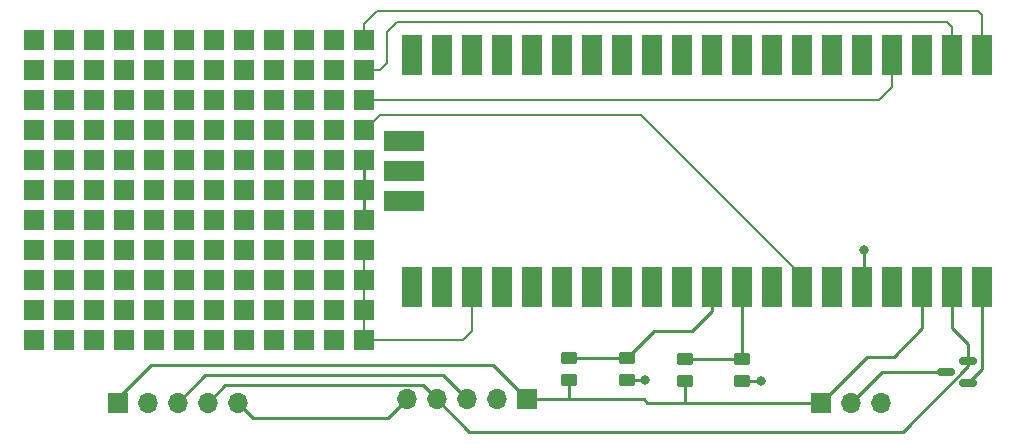
<source format=gbr>
%TF.GenerationSoftware,KiCad,Pcbnew,(6.0.9)*%
%TF.CreationDate,2022-11-20T11:02:00-05:00*%
%TF.ProjectId,PicoBoard,5069636f-426f-4617-9264-2e6b69636164,rev?*%
%TF.SameCoordinates,Original*%
%TF.FileFunction,Copper,L1,Top*%
%TF.FilePolarity,Positive*%
%FSLAX46Y46*%
G04 Gerber Fmt 4.6, Leading zero omitted, Abs format (unit mm)*
G04 Created by KiCad (PCBNEW (6.0.9)) date 2022-11-20 11:02:00*
%MOMM*%
%LPD*%
G01*
G04 APERTURE LIST*
G04 Aperture macros list*
%AMRoundRect*
0 Rectangle with rounded corners*
0 $1 Rounding radius*
0 $2 $3 $4 $5 $6 $7 $8 $9 X,Y pos of 4 corners*
0 Add a 4 corners polygon primitive as box body*
4,1,4,$2,$3,$4,$5,$6,$7,$8,$9,$2,$3,0*
0 Add four circle primitives for the rounded corners*
1,1,$1+$1,$2,$3*
1,1,$1+$1,$4,$5*
1,1,$1+$1,$6,$7*
1,1,$1+$1,$8,$9*
0 Add four rect primitives between the rounded corners*
20,1,$1+$1,$2,$3,$4,$5,0*
20,1,$1+$1,$4,$5,$6,$7,0*
20,1,$1+$1,$6,$7,$8,$9,0*
20,1,$1+$1,$8,$9,$2,$3,0*%
G04 Aperture macros list end*
%TA.AperFunction,ComponentPad*%
%ADD10R,1.700000X1.700000*%
%TD*%
%TA.AperFunction,ComponentPad*%
%ADD11O,1.700000X1.700000*%
%TD*%
%TA.AperFunction,SMDPad,CuDef*%
%ADD12RoundRect,0.250000X-0.450000X0.262500X-0.450000X-0.262500X0.450000X-0.262500X0.450000X0.262500X0*%
%TD*%
%TA.AperFunction,SMDPad,CuDef*%
%ADD13RoundRect,0.150000X0.587500X0.150000X-0.587500X0.150000X-0.587500X-0.150000X0.587500X-0.150000X0*%
%TD*%
%TA.AperFunction,SMDPad,CuDef*%
%ADD14R,1.700000X3.500000*%
%TD*%
%TA.AperFunction,SMDPad,CuDef*%
%ADD15R,3.500000X1.700000*%
%TD*%
%TA.AperFunction,SMDPad,CuDef*%
%ADD16RoundRect,0.250000X0.450000X-0.262500X0.450000X0.262500X-0.450000X0.262500X-0.450000X-0.262500X0*%
%TD*%
%TA.AperFunction,ViaPad*%
%ADD17C,0.800000*%
%TD*%
%TA.AperFunction,Conductor*%
%ADD18C,0.250000*%
%TD*%
%TA.AperFunction,Conductor*%
%ADD19C,0.200000*%
%TD*%
G04 APERTURE END LIST*
D10*
%TO.P,,1*%
%TO.N,N/C*%
X27940000Y-27940000D03*
X27940000Y-27940000D03*
%TD*%
%TO.P,,1*%
%TO.N,N/C*%
X25400000Y-27940000D03*
X25400000Y-27940000D03*
%TD*%
%TO.P,,1*%
%TO.N,N/C*%
X40640000Y-27940000D03*
X40640000Y-27940000D03*
%TD*%
%TO.P,,1*%
%TO.N,N/C*%
X45720000Y-27940000D03*
X45720000Y-27940000D03*
%TD*%
%TO.P,,1*%
%TO.N,N/C*%
X22860000Y-27940000D03*
X22860000Y-27940000D03*
%TD*%
%TO.P,,1*%
%TO.N,N/C*%
X33020000Y-27940000D03*
X33020000Y-27940000D03*
%TD*%
%TO.P,,1*%
%TO.N,N/C*%
X35560000Y-27940000D03*
X35560000Y-27940000D03*
%TD*%
%TO.P,,1*%
%TO.N,N/C*%
X50800000Y-27940000D03*
X50800000Y-27940000D03*
%TD*%
%TO.P,,1*%
%TO.N,N/C*%
X43180000Y-27940000D03*
X43180000Y-27940000D03*
%TD*%
%TO.P,,1*%
%TO.N,N/C*%
X38100000Y-27940000D03*
X38100000Y-27940000D03*
%TD*%
%TO.P,,1*%
%TO.N,N/C*%
X48260000Y-27940000D03*
X48260000Y-27940000D03*
%TD*%
%TO.P,,1*%
%TO.N,N/C*%
X30480000Y-27940000D03*
X30480000Y-27940000D03*
%TD*%
%TO.P,,1*%
%TO.N,N/C*%
X48260000Y-30480000D03*
X48260000Y-30480000D03*
%TD*%
%TO.P,,1*%
%TO.N,N/C*%
X38100000Y-30480000D03*
X38100000Y-30480000D03*
%TD*%
%TO.P,,1*%
%TO.N,N/C*%
X43180000Y-30480000D03*
X43180000Y-30480000D03*
%TD*%
%TO.P,,1*%
%TO.N,N/C*%
X50800000Y-30480000D03*
X50800000Y-30480000D03*
%TD*%
%TO.P,,1*%
%TO.N,N/C*%
X22860000Y-30480000D03*
X22860000Y-30480000D03*
%TD*%
%TO.P,,1*%
%TO.N,N/C*%
X30480000Y-30480000D03*
X30480000Y-30480000D03*
%TD*%
%TO.P,,1*%
%TO.N,N/C*%
X33020000Y-30480000D03*
X33020000Y-30480000D03*
%TD*%
%TO.P,,1*%
%TO.N,N/C*%
X40640000Y-30480000D03*
X40640000Y-30480000D03*
%TD*%
%TO.P,,1*%
%TO.N,N/C*%
X27940000Y-30480000D03*
X27940000Y-30480000D03*
%TD*%
%TO.P,,1*%
%TO.N,N/C*%
X45720000Y-30480000D03*
X45720000Y-30480000D03*
%TD*%
%TO.P,,1*%
%TO.N,N/C*%
X25400000Y-30480000D03*
X25400000Y-30480000D03*
%TD*%
%TO.P,,1*%
%TO.N,N/C*%
X35560000Y-30480000D03*
X35560000Y-30480000D03*
%TD*%
%TO.P,,1*%
%TO.N,N/C*%
X33020000Y-33020000D03*
X33020000Y-33020000D03*
%TD*%
%TO.P,,1*%
%TO.N,N/C*%
X40640000Y-33020000D03*
X40640000Y-33020000D03*
%TD*%
%TO.P,,1*%
%TO.N,N/C*%
X50800000Y-33020000D03*
X50800000Y-33020000D03*
%TD*%
%TO.P,,1*%
%TO.N,N/C*%
X45720000Y-33020000D03*
X45720000Y-33020000D03*
%TD*%
%TO.P,,1*%
%TO.N,N/C*%
X35560000Y-33020000D03*
X35560000Y-33020000D03*
%TD*%
%TO.P,,1*%
%TO.N,N/C*%
X22860000Y-33020000D03*
X22860000Y-33020000D03*
%TD*%
%TO.P,,1*%
%TO.N,N/C*%
X43180000Y-33020000D03*
X43180000Y-33020000D03*
%TD*%
%TO.P,,1*%
%TO.N,N/C*%
X48260000Y-33020000D03*
X48260000Y-33020000D03*
%TD*%
%TO.P,,1*%
%TO.N,N/C*%
X27940000Y-33020000D03*
X27940000Y-33020000D03*
%TD*%
%TO.P,,1*%
%TO.N,N/C*%
X38100000Y-33020000D03*
X38100000Y-33020000D03*
%TD*%
%TO.P,,1*%
%TO.N,N/C*%
X25400000Y-33020000D03*
X25400000Y-33020000D03*
%TD*%
%TO.P,,1*%
%TO.N,N/C*%
X30480000Y-33020000D03*
X30480000Y-33020000D03*
%TD*%
%TO.P,,1*%
%TO.N,N/C*%
X45720000Y-35560000D03*
X45720000Y-35560000D03*
%TD*%
%TO.P,,1*%
%TO.N,N/C*%
X38100000Y-35560000D03*
X38100000Y-35560000D03*
%TD*%
%TO.P,,1*%
%TO.N,N/C*%
X25400000Y-35560000D03*
X25400000Y-35560000D03*
%TD*%
%TO.P,,1*%
%TO.N,N/C*%
X33020000Y-35560000D03*
X33020000Y-35560000D03*
%TD*%
%TO.P,,1*%
%TO.N,N/C*%
X27940000Y-35560000D03*
X27940000Y-35560000D03*
%TD*%
%TO.P,,1*%
%TO.N,N/C*%
X48260000Y-35560000D03*
X48260000Y-35560000D03*
%TD*%
%TO.P,,1*%
%TO.N,N/C*%
X40640000Y-35560000D03*
X40640000Y-35560000D03*
%TD*%
%TO.P,,1*%
%TO.N,N/C*%
X35560000Y-35560000D03*
X35560000Y-35560000D03*
%TD*%
%TO.P,,1*%
%TO.N,N/C*%
X50800000Y-35560000D03*
X50800000Y-35560000D03*
%TD*%
%TO.P,,1*%
%TO.N,N/C*%
X30480000Y-35560000D03*
X30480000Y-35560000D03*
%TD*%
%TO.P,,1*%
%TO.N,N/C*%
X22860000Y-35560000D03*
X22860000Y-35560000D03*
%TD*%
%TO.P,,1*%
%TO.N,N/C*%
X43180000Y-35560000D03*
X43180000Y-35560000D03*
%TD*%
%TO.P,,1*%
%TO.N,N/C*%
X35560000Y-38100000D03*
X35560000Y-38100000D03*
%TD*%
%TO.P,,1*%
%TO.N,N/C*%
X27940000Y-38100000D03*
X27940000Y-38100000D03*
%TD*%
%TO.P,,1*%
%TO.N,N/C*%
X45720000Y-38100000D03*
X45720000Y-38100000D03*
%TD*%
%TO.P,,1*%
%TO.N,N/C*%
X40640000Y-38100000D03*
X40640000Y-38100000D03*
%TD*%
%TO.P,,1*%
%TO.N,N/C*%
X48260000Y-38100000D03*
X48260000Y-38100000D03*
%TD*%
%TO.P,,1*%
%TO.N,N/C*%
X43180000Y-38100000D03*
X43180000Y-38100000D03*
%TD*%
%TO.P,,1*%
%TO.N,N/C*%
X25400000Y-38100000D03*
X25400000Y-38100000D03*
%TD*%
%TO.P,,1*%
%TO.N,N/C*%
X33020000Y-38100000D03*
X33020000Y-38100000D03*
%TD*%
%TO.P,,1*%
%TO.N,N/C*%
X50800000Y-38100000D03*
X50800000Y-38100000D03*
%TD*%
%TO.P,,1*%
%TO.N,N/C*%
X22860000Y-38100000D03*
X22860000Y-38100000D03*
%TD*%
%TO.P,,1*%
%TO.N,N/C*%
X30480000Y-38100000D03*
X30480000Y-38100000D03*
%TD*%
%TO.P,,1*%
%TO.N,N/C*%
X38100000Y-38100000D03*
X38100000Y-38100000D03*
%TD*%
%TO.P,,1*%
%TO.N,N/C*%
X27940000Y-40640000D03*
X27940000Y-40640000D03*
%TD*%
%TO.P,,1*%
%TO.N,N/C*%
X35560000Y-40640000D03*
X35560000Y-40640000D03*
%TD*%
%TO.P,,1*%
%TO.N,N/C*%
X33020000Y-40640000D03*
X33020000Y-40640000D03*
%TD*%
%TO.P,,1*%
%TO.N,N/C*%
X25400000Y-40640000D03*
X25400000Y-40640000D03*
%TD*%
%TO.P,,1*%
%TO.N,N/C*%
X40640000Y-40640000D03*
X40640000Y-40640000D03*
%TD*%
%TO.P,,1*%
%TO.N,N/C*%
X50800000Y-40640000D03*
X50800000Y-40640000D03*
%TD*%
%TO.P,,1*%
%TO.N,N/C*%
X30480000Y-40640000D03*
X30480000Y-40640000D03*
%TD*%
%TO.P,,1*%
%TO.N,N/C*%
X45720000Y-40640000D03*
X45720000Y-40640000D03*
%TD*%
%TO.P,,1*%
%TO.N,N/C*%
X48260000Y-40640000D03*
X48260000Y-40640000D03*
%TD*%
%TO.P,,1*%
%TO.N,N/C*%
X43180000Y-40640000D03*
X43180000Y-40640000D03*
%TD*%
%TO.P,,1*%
%TO.N,N/C*%
X22860000Y-40640000D03*
X22860000Y-40640000D03*
%TD*%
%TO.P,,1*%
%TO.N,N/C*%
X38100000Y-40640000D03*
X38100000Y-40640000D03*
%TD*%
%TO.P,,1*%
%TO.N,N/C*%
X22860000Y-43180000D03*
X22860000Y-43180000D03*
%TD*%
%TO.P,,1*%
%TO.N,N/C*%
X45720000Y-43180000D03*
X45720000Y-43180000D03*
%TD*%
%TO.P,,1*%
%TO.N,N/C*%
X48260000Y-43180000D03*
X48260000Y-43180000D03*
%TD*%
%TO.P,,1*%
%TO.N,N/C*%
X38100000Y-43180000D03*
X38100000Y-43180000D03*
%TD*%
%TO.P,,1*%
%TO.N,N/C*%
X40640000Y-43180000D03*
X40640000Y-43180000D03*
%TD*%
%TO.P,,1*%
%TO.N,N/C*%
X27940000Y-43180000D03*
X27940000Y-43180000D03*
%TD*%
%TO.P,,1*%
%TO.N,N/C*%
X33020000Y-43180000D03*
X33020000Y-43180000D03*
%TD*%
%TO.P,,1*%
%TO.N,N/C*%
X25400000Y-43180000D03*
X25400000Y-43180000D03*
%TD*%
%TO.P,,1*%
%TO.N,N/C*%
X50800000Y-43180000D03*
X50800000Y-43180000D03*
%TD*%
%TO.P,,1*%
%TO.N,N/C*%
X35560000Y-43180000D03*
X35560000Y-43180000D03*
%TD*%
%TO.P,,1*%
%TO.N,N/C*%
X43180000Y-43180000D03*
X43180000Y-43180000D03*
%TD*%
%TO.P,,1*%
%TO.N,N/C*%
X30480000Y-43180000D03*
X30480000Y-43180000D03*
%TD*%
%TO.P,,1*%
%TO.N,N/C*%
X35560000Y-45720000D03*
X35560000Y-45720000D03*
%TD*%
%TO.P,,1*%
%TO.N,N/C*%
X27940000Y-45720000D03*
X27940000Y-45720000D03*
%TD*%
%TO.P,,1*%
%TO.N,N/C*%
X45720000Y-45720000D03*
X45720000Y-45720000D03*
%TD*%
%TO.P,,1*%
%TO.N,N/C*%
X38100000Y-45720000D03*
X38100000Y-45720000D03*
%TD*%
%TO.P,,1*%
%TO.N,N/C*%
X25400000Y-45720000D03*
X25400000Y-45720000D03*
%TD*%
%TO.P,,1*%
%TO.N,N/C*%
X22860000Y-45720000D03*
X22860000Y-45720000D03*
%TD*%
%TO.P,,1*%
%TO.N,N/C*%
X50800000Y-45720000D03*
X50800000Y-45720000D03*
%TD*%
%TO.P,,1*%
%TO.N,N/C*%
X33020000Y-45720000D03*
X33020000Y-45720000D03*
%TD*%
%TO.P,,1*%
%TO.N,N/C*%
X40640000Y-45720000D03*
X40640000Y-45720000D03*
%TD*%
%TO.P,,1*%
%TO.N,N/C*%
X30480000Y-45720000D03*
X30480000Y-45720000D03*
%TD*%
%TO.P,,1*%
%TO.N,N/C*%
X48260000Y-45720000D03*
X48260000Y-45720000D03*
%TD*%
%TO.P,,1*%
%TO.N,N/C*%
X43180000Y-45720000D03*
X43180000Y-45720000D03*
%TD*%
%TO.P,,1*%
%TO.N,N/C*%
X50800000Y-48260000D03*
X50800000Y-48260000D03*
%TD*%
%TO.P,,1*%
%TO.N,N/C*%
X33020000Y-48260000D03*
X33020000Y-48260000D03*
%TD*%
%TO.P,,1*%
%TO.N,N/C*%
X30480000Y-48260000D03*
X30480000Y-48260000D03*
%TD*%
%TO.P,,1*%
%TO.N,N/C*%
X25400000Y-48260000D03*
X25400000Y-48260000D03*
%TD*%
%TO.P,,1*%
%TO.N,N/C*%
X35560000Y-48260000D03*
X35560000Y-48260000D03*
%TD*%
%TO.P,,1*%
%TO.N,N/C*%
X27940000Y-48260000D03*
X27940000Y-48260000D03*
%TD*%
%TO.P,,1*%
%TO.N,N/C*%
X38100000Y-48260000D03*
X38100000Y-48260000D03*
%TD*%
%TO.P,,1*%
%TO.N,N/C*%
X45720000Y-48260000D03*
X45720000Y-48260000D03*
%TD*%
%TO.P,,1*%
%TO.N,N/C*%
X40640000Y-48260000D03*
X40640000Y-48260000D03*
%TD*%
%TO.P,,1*%
%TO.N,N/C*%
X48260000Y-48260000D03*
X48260000Y-48260000D03*
%TD*%
%TO.P,,1*%
%TO.N,N/C*%
X22860000Y-48260000D03*
X22860000Y-48260000D03*
%TD*%
%TO.P,,1*%
%TO.N,N/C*%
X43180000Y-48260000D03*
X43180000Y-48260000D03*
%TD*%
%TO.P,,1*%
%TO.N,N/C*%
X30480000Y-50800000D03*
X30480000Y-50800000D03*
%TD*%
%TO.P,,1*%
%TO.N,N/C*%
X40640000Y-50800000D03*
X40640000Y-50800000D03*
%TD*%
%TO.P,,1*%
%TO.N,N/C*%
X50800000Y-50800000D03*
X50800000Y-50800000D03*
%TD*%
%TO.P,,1*%
%TO.N,N/C*%
X45720000Y-50800000D03*
X45720000Y-50800000D03*
%TD*%
%TO.P,,1*%
%TO.N,N/C*%
X33020000Y-50800000D03*
X33020000Y-50800000D03*
%TD*%
%TO.P,,1*%
%TO.N,N/C*%
X25400000Y-50800000D03*
X25400000Y-50800000D03*
%TD*%
%TO.P,,1*%
%TO.N,N/C*%
X48260000Y-50800000D03*
X48260000Y-50800000D03*
%TD*%
%TO.P,,1*%
%TO.N,N/C*%
X43180000Y-50800000D03*
X43180000Y-50800000D03*
%TD*%
%TO.P,,1*%
%TO.N,N/C*%
X35560000Y-50800000D03*
X35560000Y-50800000D03*
%TD*%
%TO.P,,1*%
%TO.N,N/C*%
X38100000Y-50800000D03*
X38100000Y-50800000D03*
%TD*%
%TO.P,,1*%
%TO.N,N/C*%
X27940000Y-50800000D03*
X27940000Y-50800000D03*
%TD*%
%TO.P,,1*%
%TO.N,N/C*%
X22860000Y-50800000D03*
X22860000Y-50800000D03*
%TD*%
%TO.P,,1*%
%TO.N,N/C*%
X22860000Y-53340000D03*
X22860000Y-53340000D03*
%TD*%
%TO.P,,1*%
%TO.N,N/C*%
X25400000Y-53340000D03*
X25400000Y-53340000D03*
%TD*%
%TO.P,,1*%
%TO.N,N/C*%
X27940000Y-53340000D03*
X27940000Y-53340000D03*
%TD*%
%TO.P,,1*%
%TO.N,N/C*%
X30480000Y-53340000D03*
X30480000Y-53340000D03*
%TD*%
%TO.P,,1*%
%TO.N,N/C*%
X33020000Y-53340000D03*
X33020000Y-53340000D03*
%TD*%
%TO.P,,1*%
%TO.N,N/C*%
X35560000Y-53340000D03*
X35560000Y-53340000D03*
%TD*%
%TO.P,,1*%
%TO.N,N/C*%
X38100000Y-53340000D03*
X38100000Y-53340000D03*
%TD*%
%TO.P,,1*%
%TO.N,N/C*%
X40640000Y-53340000D03*
X40640000Y-53340000D03*
%TD*%
%TO.P,,1*%
%TO.N,N/C*%
X43180000Y-53340000D03*
X43180000Y-53340000D03*
%TD*%
%TO.P,,1*%
%TO.N,N/C*%
X45720000Y-53340000D03*
X45720000Y-53340000D03*
%TD*%
%TO.P,,1*%
%TO.N,N/C*%
X48260000Y-53340000D03*
X48260000Y-53340000D03*
%TD*%
%TO.P,,1*%
%TO.N,N/C*%
X50800000Y-53340000D03*
X50800000Y-53340000D03*
%TD*%
D11*
%TO.P,J1,1,Pin_1*%
%TO.N,unconnected-(J1-Pad1)*%
X94525000Y-58625000D03*
%TO.P,J1,2,Pin_2*%
%TO.N,Net-(J1-Pad2)*%
X91985000Y-58625000D03*
D10*
%TO.P,J1,3,Pin_3*%
%TO.N,Earth*%
X89445000Y-58625000D03*
%TD*%
D11*
%TO.P,J3,5,Pin_5*%
%TO.N,Net-(J2-Pad5)*%
X40075000Y-58625000D03*
%TO.P,J3,4,Pin_4*%
%TO.N,+5V*%
X37535000Y-58625000D03*
%TO.P,J3,3,Pin_3*%
%TO.N,Net-(J2-Pad3)*%
X34995000Y-58625000D03*
%TO.P,J3,2,Pin_2*%
%TO.N,unconnected-(J3-Pad2)*%
X32455000Y-58625000D03*
D10*
%TO.P,J3,1,Pin_1*%
%TO.N,Earth*%
X29915000Y-58625000D03*
%TD*%
D12*
%TO.P,R1,1*%
%TO.N,Net-(U1-Pad32)*%
X77920000Y-54940000D03*
%TO.P,R1,2*%
%TO.N,Earth*%
X77920000Y-56765000D03*
%TD*%
D13*
%TO.P,Q1,1,G*%
%TO.N,Net-(Q1-Pad1)*%
X101937500Y-56950000D03*
%TO.P,Q1,2,S*%
%TO.N,+5V*%
X101937500Y-55050000D03*
%TO.P,Q1,3,D*%
%TO.N,Net-(J1-Pad2)*%
X100062500Y-56000000D03*
%TD*%
D14*
%TO.P,U1,1*%
%TO.N,N/C*%
X103130000Y-29210000D03*
%TO.P,U1,2*%
X100590000Y-29210000D03*
%TO.P,U1,3*%
X98050000Y-29210000D03*
%TO.P,U1,4*%
X95510000Y-29210000D03*
%TO.P,U1,5*%
X92970000Y-29210000D03*
%TO.P,U1,6*%
X90430000Y-29210000D03*
%TO.P,U1,7*%
X87890000Y-29210000D03*
%TO.P,U1,8*%
X85350000Y-29210000D03*
%TO.P,U1,9*%
X82810000Y-29210000D03*
%TO.P,U1,10*%
X80270000Y-29210000D03*
%TO.P,U1,11*%
X77730000Y-29210000D03*
%TO.P,U1,12*%
X75190000Y-29210000D03*
%TO.P,U1,13*%
X72650000Y-29210000D03*
%TO.P,U1,14*%
X70110000Y-29210000D03*
%TO.P,U1,15*%
X67570000Y-29210000D03*
%TO.P,U1,16*%
X65030000Y-29210000D03*
%TO.P,U1,17*%
X62490000Y-29210000D03*
%TO.P,U1,18*%
X59950000Y-29210000D03*
%TO.P,U1,19*%
X57410000Y-29210000D03*
%TO.P,U1,20*%
X54870000Y-29210000D03*
%TO.P,U1,21*%
X54870000Y-48790000D03*
%TO.P,U1,22*%
X57410000Y-48790000D03*
%TO.P,U1,23*%
X59950000Y-48790000D03*
%TO.P,U1,24*%
X62490000Y-48790000D03*
%TO.P,U1,25*%
X65030000Y-48790000D03*
%TO.P,U1,26*%
X67570000Y-48790000D03*
%TO.P,U1,27*%
X70110000Y-48790000D03*
%TO.P,U1,28*%
X72650000Y-48790000D03*
%TO.P,U1,29*%
X75190000Y-48790000D03*
%TO.P,U1,30*%
X77730000Y-48790000D03*
%TO.P,U1,31*%
%TO.N,Net-(R3-Pad2)*%
X80270000Y-48790000D03*
%TO.P,U1,32*%
%TO.N,Net-(U1-Pad32)*%
X82810000Y-48790000D03*
%TO.P,U1,33*%
%TO.N,N/C*%
X85350000Y-48790000D03*
%TO.P,U1,34*%
X87890000Y-48790000D03*
%TO.P,U1,35*%
X90430000Y-48790000D03*
%TO.P,U1,36*%
X92970000Y-48790000D03*
%TO.P,U1,37*%
X95510000Y-48790000D03*
%TO.P,U1,38*%
%TO.N,Earth*%
X98050000Y-48790000D03*
%TO.P,U1,39*%
%TO.N,+5V*%
X100590000Y-48790000D03*
%TO.P,U1,40*%
%TO.N,Net-(Q1-Pad1)*%
X103130000Y-48790000D03*
D15*
%TO.P,U1,41*%
%TO.N,N/C*%
X54200000Y-36460000D03*
%TO.P,U1,42*%
X54200000Y-39000000D03*
%TO.P,U1,43*%
X54200000Y-41540000D03*
%TD*%
D12*
%TO.P,R4,1*%
%TO.N,Net-(R3-Pad2)*%
X68139875Y-54827250D03*
%TO.P,R4,2*%
%TO.N,Earth*%
X68139875Y-56652250D03*
%TD*%
D16*
%TO.P,R3,1*%
%TO.N,Net-(J2-Pad3)*%
X73049875Y-56662500D03*
%TO.P,R3,2*%
%TO.N,Net-(R3-Pad2)*%
X73049875Y-54837500D03*
%TD*%
%TO.P,R2,1*%
%TO.N,Net-(J2-Pad5)*%
X82820000Y-56765000D03*
%TO.P,R2,2*%
%TO.N,Net-(U1-Pad32)*%
X82820000Y-54940000D03*
%TD*%
D10*
%TO.P,J2,1,Pin_1*%
%TO.N,Earth*%
X64571000Y-58319000D03*
D11*
%TO.P,J2,2,Pin_2*%
%TO.N,unconnected-(J2-Pad2)*%
X62031000Y-58319000D03*
%TO.P,J2,3,Pin_3*%
%TO.N,Net-(J2-Pad3)*%
X59491000Y-58319000D03*
%TO.P,J2,4,Pin_4*%
%TO.N,+5V*%
X56951000Y-58319000D03*
%TO.P,J2,5,Pin_5*%
%TO.N,Net-(J2-Pad5)*%
X54411000Y-58319000D03*
%TD*%
D17*
%TO.N,*%
X93140080Y-45691360D03*
%TO.N,Net-(J2-Pad3)*%
X74600000Y-56660000D03*
%TO.N,Net-(J2-Pad5)*%
X84410000Y-56770000D03*
%TD*%
D18*
%TO.N,*%
X50800000Y-40640000D02*
X50800000Y-38100000D01*
X50800000Y-43180000D02*
X50800000Y-40640000D01*
X93140080Y-45691360D02*
X93140080Y-47719920D01*
X93140080Y-47719920D02*
X92970000Y-47890000D01*
D19*
X50800000Y-48260000D02*
X50800000Y-45720000D01*
X50800000Y-50800000D02*
X50800000Y-48260000D01*
X50800000Y-53340000D02*
X50800000Y-50800000D01*
X59950000Y-47890000D02*
X59950000Y-52521040D01*
X59950000Y-52521040D02*
X59131040Y-53340000D01*
X59131040Y-53340000D02*
X50800000Y-53340000D01*
X87890000Y-47890000D02*
X74268520Y-34268520D01*
X74268520Y-34268520D02*
X52091480Y-34268520D01*
X52091480Y-34268520D02*
X50800000Y-35560000D01*
X95510000Y-30110000D02*
X95510000Y-31898600D01*
X95510000Y-31898600D02*
X94388600Y-33020000D01*
X94388600Y-33020000D02*
X50800000Y-33020000D01*
X52720800Y-27239080D02*
X52720800Y-29875120D01*
X100590000Y-26780880D02*
X100169520Y-26360400D01*
X100590000Y-30110000D02*
X100590000Y-26780880D01*
X100169520Y-26360400D02*
X53599480Y-26360400D01*
X53599480Y-26360400D02*
X52720800Y-27239080D01*
X52720800Y-29875120D02*
X52115920Y-30480000D01*
X52115920Y-30480000D02*
X50800000Y-30480000D01*
X103130000Y-30110000D02*
X103130000Y-25806160D01*
X50800000Y-26523840D02*
X50800000Y-27940000D01*
X103130000Y-25806160D02*
X102805560Y-25481720D01*
X102805560Y-25481720D02*
X51842120Y-25481720D01*
X51842120Y-25481720D02*
X50800000Y-26523840D01*
D18*
%TO.N,Net-(J1-Pad2)*%
X91985000Y-58625000D02*
X94610000Y-56000000D01*
X94610000Y-56000000D02*
X100062500Y-56000000D01*
%TO.N,Earth*%
X70201000Y-58319000D02*
X64571000Y-58319000D01*
X89445000Y-58625000D02*
X74775000Y-58625000D01*
X77920000Y-56765000D02*
X77920000Y-58602500D01*
X74469000Y-58319000D02*
X71371000Y-58319000D01*
X74775000Y-58625000D02*
X74469000Y-58319000D01*
X71371000Y-58319000D02*
X70201000Y-58319000D01*
X29915000Y-58225000D02*
X29915000Y-58625000D01*
X93350000Y-54720000D02*
X95660000Y-54720000D01*
X95660000Y-54720000D02*
X98050000Y-52330000D01*
X98050000Y-52330000D02*
X98050000Y-47890000D01*
X32720000Y-55420000D02*
X29915000Y-58225000D01*
X89445000Y-58625000D02*
X93350000Y-54720000D01*
X61672000Y-55420000D02*
X32720000Y-55420000D01*
X68139875Y-56652250D02*
X68139875Y-58307750D01*
X70200000Y-58318000D02*
X70201000Y-58319000D01*
X64571000Y-58319000D02*
X61672000Y-55420000D01*
%TO.N,Net-(J2-Pad3)*%
X34995000Y-58625000D02*
X37310000Y-56310000D01*
X73052375Y-56660000D02*
X73049875Y-56662500D01*
X37310000Y-56310000D02*
X57482000Y-56310000D01*
X57482000Y-56310000D02*
X59491000Y-58319000D01*
X74600000Y-56660000D02*
X73052375Y-56660000D01*
%TO.N,+5V*%
X59700000Y-61090000D02*
X59700000Y-61068000D01*
X96381751Y-61090000D02*
X59700000Y-61090000D01*
X101937500Y-55050000D02*
X101937500Y-55534251D01*
X100590000Y-52330000D02*
X100590000Y-47890000D01*
X39016000Y-57144000D02*
X37535000Y-58625000D01*
X55776000Y-57144000D02*
X39016000Y-57144000D01*
X56951000Y-58319000D02*
X55776000Y-57144000D01*
X59700000Y-61068000D02*
X56951000Y-58319000D01*
X101937500Y-55050000D02*
X101937500Y-53677500D01*
X101937500Y-55534251D02*
X96381751Y-61090000D01*
X101937500Y-53677500D02*
X100590000Y-52330000D01*
%TO.N,Net-(Q1-Pad1)*%
X103130000Y-55757500D02*
X101937500Y-56950000D01*
X103130000Y-47890000D02*
X103130000Y-55757500D01*
%TO.N,Net-(J2-Pad5)*%
X41360000Y-59910000D02*
X52820000Y-59910000D01*
X84410000Y-56770000D02*
X82825000Y-56770000D01*
X40075000Y-58625000D02*
X41360000Y-59910000D01*
X82825000Y-56770000D02*
X82820000Y-56765000D01*
X52820000Y-59910000D02*
X54411000Y-58319000D01*
%TO.N,Net-(U1-Pad32)*%
X82820000Y-54940000D02*
X77920000Y-54940000D01*
X82820000Y-54940000D02*
X82820000Y-47900000D01*
X82820000Y-47900000D02*
X82810000Y-47890000D01*
%TO.N,Net-(R3-Pad2)*%
X78540000Y-52570000D02*
X80270000Y-50840000D01*
X75317375Y-52570000D02*
X78540000Y-52570000D01*
X68790250Y-54837500D02*
X68780000Y-54827250D01*
X80270000Y-50840000D02*
X80270000Y-47890000D01*
X73049875Y-54837500D02*
X68150125Y-54837500D01*
X73049875Y-54837500D02*
X75317375Y-52570000D01*
%TD*%
M02*

</source>
